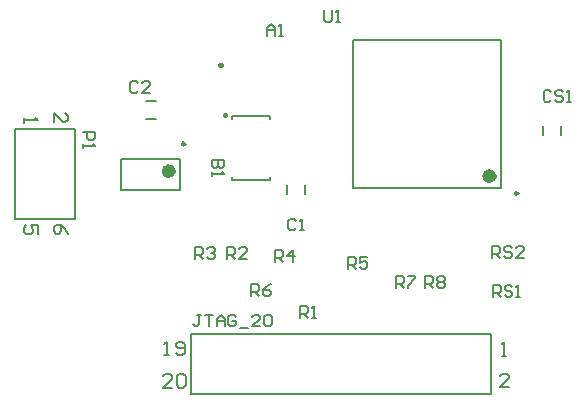
<source format=gto>
%FSLAX24Y24*%
%MOIN*%
%SFA1B1*%

%IPPOS*%
%ADD20C,0.010000*%
%ADD27C,0.023600*%
%ADD28C,0.009800*%
%ADD29C,0.007900*%
%ADD30C,0.008000*%
%LNapdet-1*%
%LPD*%
G54D20*
X7551Y9854D02*
Y9929D01*
X7626*
Y9854*
X7551*
X7413Y11527D02*
Y11602D01*
X7488*
Y11527*
X7413*
G54D27*
X16526Y7854D02*
D01*
D01*
G75*
G03X16290I-118J0D01*
G74*G01*
D01*
G75*
G03X16526I118J0D01*
G74*G01*
X5837Y8022D02*
D01*
D01*
G75*
G03X5601I-118J0D01*
G74*G01*
D01*
G75*
G03X5837I118J0D01*
G74*G01*
G54D28*
X17362Y7283D02*
D01*
D01*
G75*
G03X17264I-49J0D01*
G74*G01*
D01*
G75*
G03X17362I49J0D01*
G74*G01*
X6262Y8927D02*
D01*
D01*
G75*
G03X6164I-49J0D01*
G74*G01*
D01*
G75*
G03X6262I49J0D01*
G74*G01*
G54D29*
X9085Y9774D02*
Y9872D01*
X8839D02*
X9085D01*
X11880Y12382D02*
X16801D01*
X11880Y7461D02*
X16801D01*
X11880D02*
Y12382D01*
X16801Y7461D02*
Y12382D01*
X4144Y8415D02*
X6112D01*
X4144Y7392D02*
X6112D01*
Y8415*
X4144Y7392D02*
Y8415D01*
X10266Y7254D02*
Y7569D01*
X9675Y7254D02*
Y7569D01*
X18199Y9222D02*
Y9537D01*
X18789Y9222D02*
Y9537D01*
X6484Y2587D02*
X15734D01*
X6484Y587D02*
X15734D01*
X16484*
Y2587*
X15734D02*
X16484D01*
X6484Y587D02*
Y2587D01*
X606Y6433D02*
X2606D01*
X606Y9433D02*
X2606D01*
Y6433D02*
Y9433D01*
X606Y6433D02*
Y9433D01*
Y6433D02*
Y8350D01*
X4970Y9764D02*
X5285D01*
X4970Y10354D02*
X5285D01*
X9085Y7736D02*
Y7825D01*
X8327Y7736D02*
X9085D01*
X7844D02*
X8327D01*
X7844D02*
Y7825D01*
Y9774D02*
Y9872D01*
X8317*
X8839*
X10915Y13386D02*
Y13058D01*
X10981Y12992*
X11112*
X11178Y13058*
Y13386*
X11309Y12992D02*
X11440D01*
X11375*
Y13386*
X11309Y13320*
X6798Y3238D02*
X6667D01*
X6732*
Y2910*
X6667Y2844*
X6601*
X6535Y2910*
X6929Y3238D02*
X7191D01*
X7060*
Y2844*
X7323D02*
Y3107D01*
X7454Y3238*
X7585Y3107*
Y2844*
Y3041*
X7323*
X7979Y3172D02*
X7913Y3238D01*
X7782*
X7716Y3172*
Y2910*
X7782Y2844*
X7913*
X7979Y2910*
Y3041*
X7847*
X8110Y2779D02*
X8372D01*
X8766Y2844D02*
X8503D01*
X8766Y3107*
Y3172*
X8700Y3238*
X8569*
X8503Y3172*
X8897D02*
X8962Y3238D01*
X9094*
X9159Y3172*
Y2910*
X9094Y2844*
X8962*
X8897Y2910*
Y3172*
X2868Y9315D02*
X3262D01*
Y9118*
X3196Y9053*
X3065*
X2999Y9118*
Y9315*
X2868Y8921D02*
Y8790D01*
Y8856*
X3262*
X3196Y8921*
X9006Y12530D02*
Y12792D01*
X9137Y12923*
X9268Y12792*
Y12530*
Y12726*
X9006*
X9399Y12530D02*
X9531D01*
X9465*
Y12923*
X9399Y12858*
X7569Y8376D02*
X7175D01*
Y8179*
X7241Y8114*
X7306*
X7372Y8179*
Y8376*
Y8179*
X7438Y8114*
X7503*
X7569Y8179*
Y8376*
X7175Y7982D02*
Y7851D01*
Y7917*
X7569*
X7503Y7982*
X9967Y6371D02*
X9902Y6437D01*
X9770*
X9705Y6371*
Y6109*
X9770Y6043*
X9902*
X9967Y6109*
X10098Y6043D02*
X10229D01*
X10164*
Y6437*
X10098Y6371*
X4701Y10958D02*
X4636Y11023D01*
X4505*
X4439Y10958*
Y10696*
X4505Y10630*
X4636*
X4701Y10696*
X5095Y10630D02*
X4833D01*
X5095Y10892*
Y10958*
X5029Y11023*
X4898*
X4833Y10958*
X18481Y10663D02*
X18415Y10728D01*
X18284*
X18218Y10663*
Y10400*
X18284Y10335*
X18415*
X18481Y10400*
X18874Y10663D02*
X18809Y10728D01*
X18678*
X18612Y10663*
Y10597*
X18678Y10531*
X18809*
X18874Y10466*
Y10400*
X18809Y10335*
X18678*
X18612Y10400*
X19006Y10335D02*
X19137D01*
X19071*
Y10728*
X19006Y10663*
X10098Y3130D02*
Y3523D01*
X10295*
X10361Y3458*
Y3327*
X10295Y3261*
X10098*
X10230D02*
X10361Y3130D01*
X10492D02*
X10623D01*
X10558*
Y3523*
X10492Y3458*
X7677Y5098D02*
Y5492D01*
X7874*
X7940Y5426*
Y5295*
X7874Y5230*
X7677*
X7808D02*
X7940Y5098D01*
X8333D02*
X8071D01*
X8333Y5361*
Y5426*
X8268Y5492*
X8136*
X8071Y5426*
X6614Y5108D02*
Y5502D01*
X6811*
X6877Y5436*
Y5305*
X6811Y5239*
X6614*
X6745D02*
X6877Y5108D01*
X7008Y5436D02*
X7073Y5502D01*
X7205*
X7270Y5436*
Y5371*
X7205Y5305*
X7139*
X7205*
X7270Y5239*
Y5174*
X7205Y5108*
X7073*
X7008Y5174*
X16526Y3839D02*
Y4232D01*
X16722*
X16788Y4167*
Y4035*
X16722Y3970*
X16526*
X16657D02*
X16788Y3839D01*
X17182Y4167D02*
X17116Y4232D01*
X16985*
X16919Y4167*
Y4101*
X16985Y4035*
X17116*
X17182Y3970*
Y3904*
X17116Y3839*
X16985*
X16919Y3904*
X17313Y3839D02*
X17444D01*
X17378*
Y4232*
X17313Y4167*
X16506Y5128D02*
Y5522D01*
X16703*
X16768Y5456*
Y5325*
X16703Y5259*
X16506*
X16637D02*
X16768Y5128D01*
X17162Y5456D02*
X17096Y5522D01*
X16965*
X16899Y5456*
Y5390*
X16965Y5325*
X17096*
X17162Y5259*
Y5194*
X17096Y5128*
X16965*
X16899Y5194*
X17555Y5128D02*
X17293D01*
X17555Y5390*
Y5456*
X17490Y5522*
X17359*
X17293Y5456*
X9281Y4990D02*
Y5384D01*
X9478*
X9544Y5318*
Y5187*
X9478Y5121*
X9281*
X9413D02*
X9544Y4990D01*
X9872D02*
Y5384D01*
X9675Y5187*
X9937*
X11693Y4764D02*
Y5157D01*
X11890*
X11955Y5092*
Y4961*
X11890Y4895*
X11693*
X11824D02*
X11955Y4764D01*
X12349Y5157D02*
X12086D01*
Y4961*
X12218Y5026*
X12283*
X12349Y4961*
Y4829*
X12283Y4764*
X12152*
X12086Y4829*
X8474Y3848D02*
Y4242D01*
X8671*
X8737Y4176*
Y4045*
X8671Y3980*
X8474*
X8606D02*
X8737Y3848D01*
X9130Y4242D02*
X8999Y4176D01*
X8868Y4045*
Y3914*
X8934Y3848*
X9065*
X9130Y3914*
Y3980*
X9065Y4045*
X8868*
X13294Y4124D02*
Y4518D01*
X13491*
X13556Y4452*
Y4321*
X13491Y4255*
X13294*
X13425D02*
X13556Y4124D01*
X13688Y4518D02*
X13950D01*
Y4452*
X13688Y4190*
Y4124*
X14282D02*
Y4518D01*
X14478*
X14544Y4452*
Y4321*
X14478Y4255*
X14282*
X14413D02*
X14544Y4124D01*
X14675Y4452D02*
X14741Y4518D01*
X14872*
X14937Y4452*
Y4386*
X14872Y4321*
X14937Y4255*
Y4190*
X14872Y4124*
X14741*
X14675Y4190*
Y4255*
X14741Y4321*
X14675Y4386*
Y4452*
X14741Y4321D02*
X14872D01*
G54D30*
X17072Y821D02*
X16772D01*
X17072Y1121*
Y1196*
X16997Y1271*
X16847*
X16772Y1196*
X16831Y1874D02*
X16981D01*
X16906*
Y2324*
X16831Y2249*
X5581Y1884D02*
X5731D01*
X5656*
Y2334*
X5581Y2259*
X5956Y1959D02*
X6031Y1884D01*
X6181*
X6255Y1959*
Y2259*
X6181Y2334*
X6031*
X5956Y2259*
Y2184*
X6031Y2109*
X6255*
X5841Y801D02*
X5541D01*
X5841Y1101*
Y1176*
X5766Y1251*
X5616*
X5541Y1176*
X5991D02*
X6066Y1251D01*
X6216*
X6291Y1176*
Y876*
X6216Y801*
X6066*
X5991Y876*
Y1176*
X2353Y5934D02*
X2278Y6084D01*
X2128Y6234*
X1979*
X1904Y6159*
Y6009*
X1979Y5934*
X2053*
X2128Y6009*
Y6234*
X1359Y5915D02*
Y6215D01*
X1134*
X1209Y6065*
Y5990*
X1134Y5915*
X984*
X909Y5990*
Y6140*
X984Y6215*
X1904Y9645D02*
Y9945D01*
X2203Y9645*
X2278*
X2353Y9720*
Y9870*
X2278Y9945*
X909Y9787D02*
Y9637D01*
Y9712*
X1359*
X1284Y9787*
M02*
</source>
